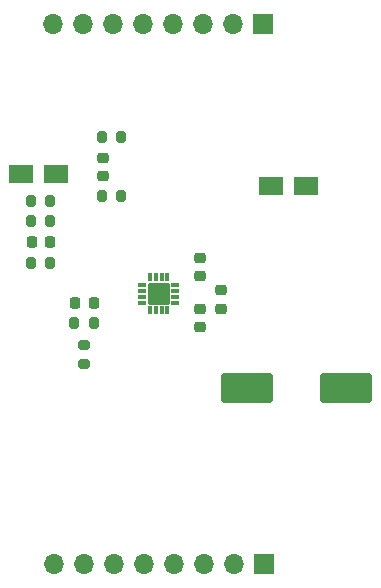
<source format=gbr>
%TF.GenerationSoftware,KiCad,Pcbnew,(6.0.5)*%
%TF.CreationDate,2022-10-05T18:31:43+01:00*%
%TF.ProjectId,DRV8876 Breakout,44525638-3837-4362-9042-7265616b6f75,V22.10.0.1*%
%TF.SameCoordinates,PX8c7ecc0PY4d83c00*%
%TF.FileFunction,Soldermask,Top*%
%TF.FilePolarity,Negative*%
%FSLAX46Y46*%
G04 Gerber Fmt 4.6, Leading zero omitted, Abs format (unit mm)*
G04 Created by KiCad (PCBNEW (6.0.5)) date 2022-10-05 18:31:43*
%MOMM*%
%LPD*%
G01*
G04 APERTURE LIST*
G04 Aperture macros list*
%AMRoundRect*
0 Rectangle with rounded corners*
0 $1 Rounding radius*
0 $2 $3 $4 $5 $6 $7 $8 $9 X,Y pos of 4 corners*
0 Add a 4 corners polygon primitive as box body*
4,1,4,$2,$3,$4,$5,$6,$7,$8,$9,$2,$3,0*
0 Add four circle primitives for the rounded corners*
1,1,$1+$1,$2,$3*
1,1,$1+$1,$4,$5*
1,1,$1+$1,$6,$7*
1,1,$1+$1,$8,$9*
0 Add four rect primitives between the rounded corners*
20,1,$1+$1,$2,$3,$4,$5,0*
20,1,$1+$1,$4,$5,$6,$7,0*
20,1,$1+$1,$6,$7,$8,$9,0*
20,1,$1+$1,$8,$9,$2,$3,0*%
%AMFreePoly0*
4,1,6,1.000000,0.000000,0.500000,-0.750000,-0.500000,-0.750000,-0.500000,0.750000,0.500000,0.750000,1.000000,0.000000,1.000000,0.000000,$1*%
G04 Aperture macros list end*
%ADD10RoundRect,0.225000X0.225000X0.250000X-0.225000X0.250000X-0.225000X-0.250000X0.225000X-0.250000X0*%
%ADD11RoundRect,0.200000X0.200000X0.275000X-0.200000X0.275000X-0.200000X-0.275000X0.200000X-0.275000X0*%
%ADD12RoundRect,0.118000X-0.252000X-0.072000X0.252000X-0.072000X0.252000X0.072000X-0.252000X0.072000X0*%
%ADD13RoundRect,0.118000X0.072000X-0.252000X0.072000X0.252000X-0.072000X0.252000X-0.072000X-0.252000X0*%
%ADD14RoundRect,0.120000X-0.790000X-0.790000X0.790000X-0.790000X0.790000X0.790000X-0.790000X0.790000X0*%
%ADD15C,0.500000*%
%ADD16RoundRect,0.225000X-0.250000X0.225000X-0.250000X-0.225000X0.250000X-0.225000X0.250000X0.225000X0*%
%ADD17RoundRect,0.200000X-0.275000X0.200000X-0.275000X-0.200000X0.275000X-0.200000X0.275000X0.200000X0*%
%ADD18RoundRect,0.200000X-0.200000X-0.275000X0.200000X-0.275000X0.200000X0.275000X-0.200000X0.275000X0*%
%ADD19RoundRect,0.225000X0.250000X-0.225000X0.250000X0.225000X-0.250000X0.225000X-0.250000X-0.225000X0*%
%ADD20RoundRect,0.218750X0.256250X-0.218750X0.256250X0.218750X-0.256250X0.218750X-0.256250X-0.218750X0*%
%ADD21R,1.500000X1.500000*%
%ADD22FreePoly0,0.000000*%
%ADD23FreePoly0,180.000000*%
%ADD24RoundRect,0.250000X-1.950000X-1.000000X1.950000X-1.000000X1.950000X1.000000X-1.950000X1.000000X0*%
%ADD25R,1.700000X1.700000*%
%ADD26O,1.700000X1.700000*%
G04 APERTURE END LIST*
D10*
%TO.C,C1*%
X-9160000Y4400000D03*
X-10710000Y4400000D03*
%TD*%
D11*
%TO.C,R4*%
X-9160000Y6150000D03*
X-10810000Y6150000D03*
%TD*%
D12*
%TO.C,U1*%
X-1400000Y750000D03*
X-1400000Y250000D03*
X-1400000Y-250000D03*
X-1400000Y-750000D03*
D13*
X-750000Y-1400000D03*
X-250000Y-1400000D03*
X250000Y-1400000D03*
X750000Y-1400000D03*
D12*
X1400000Y-750000D03*
X1400000Y-250000D03*
X1400000Y250000D03*
X1400000Y750000D03*
D14*
X0Y0D03*
D15*
X0Y0D03*
D13*
X750000Y1400000D03*
D15*
X500000Y500000D03*
X-500000Y-500000D03*
X500000Y-500000D03*
X-500000Y500000D03*
D13*
X250000Y1400000D03*
X-250000Y1400000D03*
X-750000Y1400000D03*
%TD*%
D16*
%TO.C,C5*%
X3500000Y-1250000D03*
X3500000Y-2800000D03*
%TD*%
D17*
%TO.C,R6*%
X-6350000Y-4318000D03*
X-6350000Y-5968000D03*
%TD*%
D11*
%TO.C,R7*%
X-5500000Y-2500000D03*
X-7150000Y-2500000D03*
%TD*%
D18*
%TO.C,R2*%
X-4825000Y8255000D03*
X-3175000Y8255000D03*
%TD*%
D19*
%TO.C,C4*%
X3500000Y1500000D03*
X3500000Y3050000D03*
%TD*%
D20*
%TO.C,D1*%
X-4675000Y9967500D03*
X-4675000Y11542500D03*
%TD*%
D11*
%TO.C,R3*%
X-9160000Y7900000D03*
X-10810000Y7900000D03*
%TD*%
D10*
%TO.C,C2*%
X-5500000Y-750000D03*
X-7050000Y-750000D03*
%TD*%
D21*
%TO.C,JP1*%
X-11360000Y10150000D03*
X-8960000Y10150000D03*
D22*
X-12160000Y10150000D03*
D23*
X-8160000Y10150000D03*
%TD*%
D24*
%TO.C,C6*%
X7500000Y-8000000D03*
X15900000Y-8000000D03*
%TD*%
D21*
%TO.C,JP2*%
X9800000Y9170000D03*
X12200000Y9170000D03*
D23*
X13000000Y9170000D03*
D22*
X9000000Y9170000D03*
%TD*%
D19*
%TO.C,C3*%
X5250000Y-1250000D03*
X5250000Y300000D03*
%TD*%
D11*
%TO.C,R5*%
X-9160000Y2650000D03*
X-10810000Y2650000D03*
%TD*%
D18*
%TO.C,R1*%
X-4825000Y13255000D03*
X-3175000Y13255000D03*
%TD*%
D25*
%TO.C,J1*%
X8875000Y22860000D03*
D26*
X6335000Y22860000D03*
X3795000Y22860000D03*
X1255000Y22860000D03*
X-1285000Y22860000D03*
X-3825000Y22860000D03*
X-6365000Y22860000D03*
X-8905000Y22860000D03*
%TD*%
D25*
%TO.C,J2*%
X8890000Y-22860000D03*
D26*
X6350000Y-22860000D03*
X3810000Y-22860000D03*
X1270000Y-22860000D03*
X-1270000Y-22860000D03*
X-3810000Y-22860000D03*
X-6350000Y-22860000D03*
X-8890000Y-22860000D03*
%TD*%
M02*

</source>
